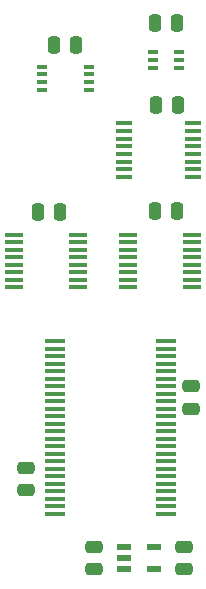
<source format=gtp>
%TF.GenerationSoftware,KiCad,Pcbnew,8.0.7*%
%TF.CreationDate,2025-01-16T10:44:44+02:00*%
%TF.ProjectId,Video Pixel Advance,56696465-6f20-4506-9978-656c20416476,V0*%
%TF.SameCoordinates,Original*%
%TF.FileFunction,Paste,Top*%
%TF.FilePolarity,Positive*%
%FSLAX46Y46*%
G04 Gerber Fmt 4.6, Leading zero omitted, Abs format (unit mm)*
G04 Created by KiCad (PCBNEW 8.0.7) date 2025-01-16 10:44:44*
%MOMM*%
%LPD*%
G01*
G04 APERTURE LIST*
G04 Aperture macros list*
%AMRoundRect*
0 Rectangle with rounded corners*
0 $1 Rounding radius*
0 $2 $3 $4 $5 $6 $7 $8 $9 X,Y pos of 4 corners*
0 Add a 4 corners polygon primitive as box body*
4,1,4,$2,$3,$4,$5,$6,$7,$8,$9,$2,$3,0*
0 Add four circle primitives for the rounded corners*
1,1,$1+$1,$2,$3*
1,1,$1+$1,$4,$5*
1,1,$1+$1,$6,$7*
1,1,$1+$1,$8,$9*
0 Add four rect primitives between the rounded corners*
20,1,$1+$1,$2,$3,$4,$5,0*
20,1,$1+$1,$4,$5,$6,$7,0*
20,1,$1+$1,$6,$7,$8,$9,0*
20,1,$1+$1,$8,$9,$2,$3,0*%
G04 Aperture macros list end*
%ADD10RoundRect,0.250000X0.475000X-0.250000X0.475000X0.250000X-0.475000X0.250000X-0.475000X-0.250000X0*%
%ADD11RoundRect,0.250000X0.250000X0.475000X-0.250000X0.475000X-0.250000X-0.475000X0.250000X-0.475000X0*%
%ADD12R,0.950000X0.450000*%
%ADD13R,1.450000X0.450000*%
%ADD14R,1.525000X0.430000*%
%ADD15RoundRect,0.250000X-0.475000X0.250000X-0.475000X-0.250000X0.475000X-0.250000X0.475000X0.250000X0*%
%ADD16R,1.150000X0.600000*%
%ADD17R,1.800000X0.430000*%
%ADD18R,0.875000X0.450000*%
G04 APERTURE END LIST*
D10*
%TO.C,C9*%
X17653000Y-40182000D03*
X17653000Y-42082000D03*
%TD*%
D11*
%TO.C,C3*%
X6654000Y2286000D03*
X8554000Y2286000D03*
%TD*%
%TO.C,C4*%
X15188400Y-11785600D03*
X17088400Y-11785600D03*
%TD*%
%TO.C,C6*%
X15290000Y-2794000D03*
X17190000Y-2794000D03*
%TD*%
%TO.C,C5*%
X5257000Y-11811000D03*
X7157000Y-11811000D03*
%TD*%
D12*
%TO.C,IC3*%
X9595000Y467000D03*
X9595000Y-183000D03*
X9595000Y-833000D03*
X9595000Y-1483000D03*
X5645000Y-1483000D03*
X5645000Y-833000D03*
X5645000Y-183000D03*
X5645000Y467000D03*
%TD*%
D13*
%TO.C,IC6*%
X18419000Y-4329000D03*
X18419000Y-4979000D03*
X18419000Y-5629000D03*
X18419000Y-6279000D03*
X18419000Y-6929000D03*
X18419000Y-7579000D03*
X18419000Y-8229000D03*
X18419000Y-8879000D03*
X12569000Y-8879000D03*
X12569000Y-8229000D03*
X12569000Y-7579000D03*
X12569000Y-6929000D03*
X12569000Y-6279000D03*
X12569000Y-5629000D03*
X12569000Y-4979000D03*
X12569000Y-4329000D03*
%TD*%
D14*
%TO.C,IC1*%
X8681000Y-13780000D03*
X8681000Y-14414000D03*
X8681000Y-15050000D03*
X8681000Y-15684000D03*
X8681000Y-16320000D03*
X8681000Y-16954000D03*
X8681000Y-17590000D03*
X8681000Y-18224000D03*
X3257000Y-18224000D03*
X3257000Y-17590000D03*
X3257000Y-16954000D03*
X3257000Y-16320000D03*
X3257000Y-15684000D03*
X3257000Y-15050000D03*
X3257000Y-14414000D03*
X3257000Y-13780000D03*
%TD*%
D15*
%TO.C,C1*%
X4318000Y-35428000D03*
X4318000Y-33528000D03*
%TD*%
D10*
%TO.C,C8*%
X10033000Y-40182000D03*
X10033000Y-42082000D03*
%TD*%
D16*
%TO.C,IC7*%
X15143000Y-40198000D03*
X15143000Y-42098000D03*
X12543000Y-42098000D03*
X12543000Y-41148000D03*
X12543000Y-40198000D03*
%TD*%
D11*
%TO.C,C2*%
X15163000Y4191000D03*
X17063000Y4191000D03*
%TD*%
D15*
%TO.C,C7*%
X18288000Y-28525000D03*
X18288000Y-26625000D03*
%TD*%
D14*
%TO.C,IC5*%
X18333000Y-13780000D03*
X18333000Y-14414000D03*
X18333000Y-15050000D03*
X18333000Y-15684000D03*
X18333000Y-16320000D03*
X18333000Y-16954000D03*
X18333000Y-17590000D03*
X18333000Y-18224000D03*
X12909000Y-18224000D03*
X12909000Y-17590000D03*
X12909000Y-16954000D03*
X12909000Y-16320000D03*
X12909000Y-15684000D03*
X12909000Y-15050000D03*
X12909000Y-14414000D03*
X12909000Y-13780000D03*
%TD*%
D17*
%TO.C,IC2*%
X6730000Y-37401000D03*
X6730000Y-36767000D03*
X6730000Y-36131000D03*
X6730000Y-35497000D03*
X6730000Y-34861000D03*
X6730000Y-34227000D03*
X6730000Y-33591000D03*
X6730000Y-32957000D03*
X6730000Y-32321000D03*
X6730000Y-31687000D03*
X6730000Y-31051000D03*
X6730000Y-30417000D03*
X6730000Y-29781000D03*
X6730000Y-29147000D03*
X6730000Y-28511000D03*
X6730000Y-27877000D03*
X6730000Y-27241000D03*
X6730000Y-26607000D03*
X6730000Y-25971000D03*
X6730000Y-25337000D03*
X6730000Y-24701000D03*
X6730000Y-24067000D03*
X6730000Y-23431000D03*
X6730000Y-22797000D03*
X16130000Y-22797000D03*
X16130000Y-23431000D03*
X16130000Y-24067000D03*
X16130000Y-24701000D03*
X16130000Y-25337000D03*
X16130000Y-25971000D03*
X16130000Y-26607000D03*
X16130000Y-27241000D03*
X16130000Y-27877000D03*
X16130000Y-28511000D03*
X16130000Y-29147000D03*
X16130000Y-29781000D03*
X16130000Y-30417000D03*
X16130000Y-31051000D03*
X16130000Y-31687000D03*
X16130000Y-32321000D03*
X16130000Y-32957000D03*
X16130000Y-33591000D03*
X16130000Y-34227000D03*
X16130000Y-34861000D03*
X16130000Y-35497000D03*
X16130000Y-36131000D03*
X16130000Y-36767000D03*
X16130000Y-37401000D03*
%TD*%
D18*
%TO.C,IC4*%
X17191000Y1666000D03*
X17191000Y1016000D03*
X17191000Y366000D03*
X15067000Y366000D03*
X15067000Y1016000D03*
X15067000Y1666000D03*
%TD*%
M02*

</source>
